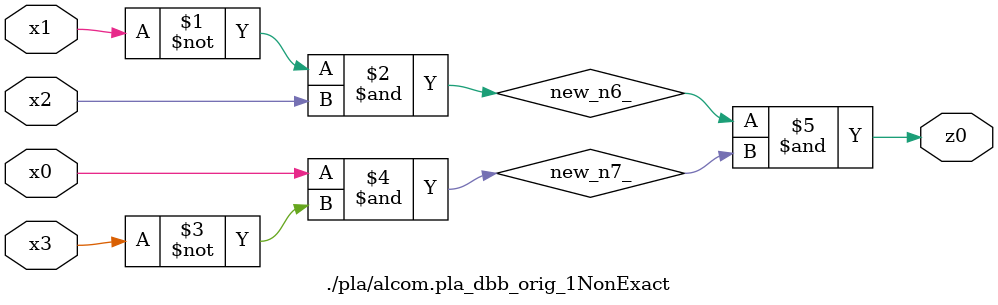
<source format=v>

module \./pla/alcom.pla_dbb_orig_1NonExact  ( 
    x0, x1, x2, x3,
    z0  );
  input  x0, x1, x2, x3;
  output z0;
  wire new_n6_, new_n7_;
  assign new_n6_ = ~x1 & x2;
  assign new_n7_ = x0 & ~x3;
  assign z0 = new_n6_ & new_n7_;
endmodule



</source>
